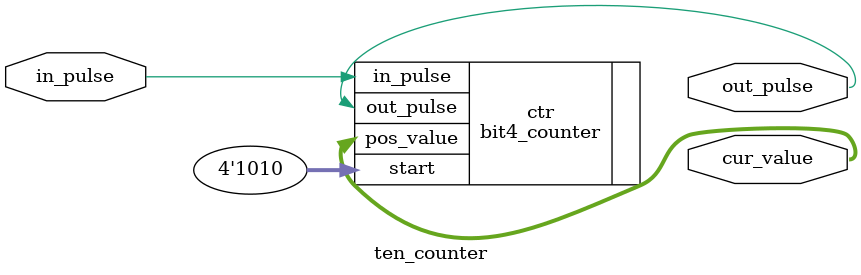
<source format=v>
`include "bit4_counter.v"

/*Counter that counts in this order:
9,8,7,6,5,4,3,2,1,0,9,8,..., on every posedge of in_pulse. 
Outputs a pulse on out_pulse whenever it resets to 0*/
module ten_counter(
    input in_pulse,
    output out_pulse,
    output [3:0] cur_value);

	bit4_counter ctr (
		.in_pulse(in_pulse),
		.start(4'd10),
		.out_pulse(out_pulse),
		.pos_value(cur_value));
    
endmodule
</source>
